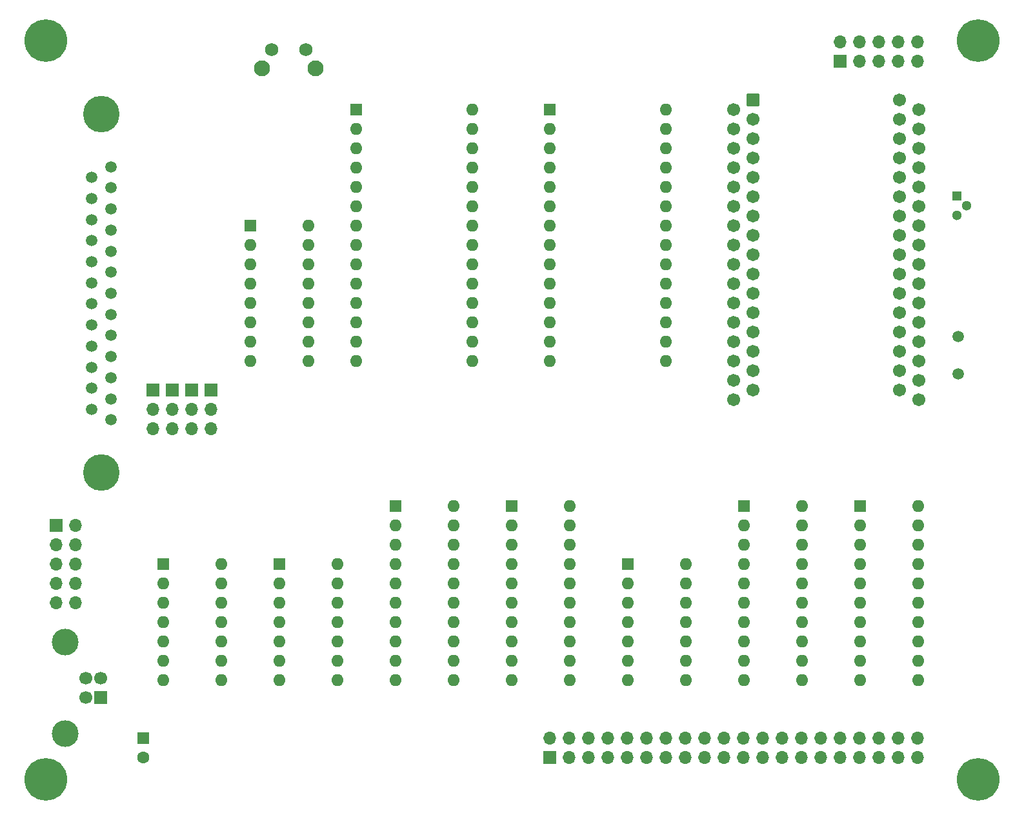
<source format=gbs>
%TF.GenerationSoftware,KiCad,Pcbnew,(6.0.0)*%
%TF.CreationDate,2022-03-15T02:00:18-04:00*%
%TF.ProjectId,R6501Q SBC,52363530-3151-4205-9342-432e6b696361,rev?*%
%TF.SameCoordinates,Original*%
%TF.FileFunction,Soldermask,Bot*%
%TF.FilePolarity,Negative*%
%FSLAX46Y46*%
G04 Gerber Fmt 4.6, Leading zero omitted, Abs format (unit mm)*
G04 Created by KiCad (PCBNEW (6.0.0)) date 2022-03-15 02:00:18*
%MOMM*%
%LPD*%
G01*
G04 APERTURE LIST*
G04 Aperture macros list*
%AMRoundRect*
0 Rectangle with rounded corners*
0 $1 Rounding radius*
0 $2 $3 $4 $5 $6 $7 $8 $9 X,Y pos of 4 corners*
0 Add a 4 corners polygon primitive as box body*
4,1,4,$2,$3,$4,$5,$6,$7,$8,$9,$2,$3,0*
0 Add four circle primitives for the rounded corners*
1,1,$1+$1,$2,$3*
1,1,$1+$1,$4,$5*
1,1,$1+$1,$6,$7*
1,1,$1+$1,$8,$9*
0 Add four rect primitives between the rounded corners*
20,1,$1+$1,$2,$3,$4,$5,0*
20,1,$1+$1,$4,$5,$6,$7,0*
20,1,$1+$1,$6,$7,$8,$9,0*
20,1,$1+$1,$8,$9,$2,$3,0*%
G04 Aperture macros list end*
%ADD10R,1.300000X1.300000*%
%ADD11C,1.300000*%
%ADD12R,1.600000X1.600000*%
%ADD13O,1.600000X1.600000*%
%ADD14R,1.700000X1.700000*%
%ADD15O,1.700000X1.700000*%
%ADD16C,1.500000*%
%ADD17C,4.800000*%
%ADD18C,5.600000*%
%ADD19C,1.700000*%
%ADD20C,3.500000*%
%ADD21C,2.100000*%
%ADD22C,1.750000*%
%ADD23RoundRect,0.050800X-0.800100X-0.800100X0.800100X-0.800100X0.800100X0.800100X-0.800100X0.800100X0*%
%ADD24C,1.701800*%
%ADD25C,1.600000*%
G04 APERTURE END LIST*
D10*
%TO.C,U5*%
X184221800Y-62103000D03*
D11*
X184221800Y-64643000D03*
X185491800Y-63373000D03*
%TD*%
D12*
%TO.C,U3*%
X130810000Y-50800000D03*
D13*
X130810000Y-53340000D03*
X130810000Y-55880000D03*
X130810000Y-58420000D03*
X130810000Y-60960000D03*
X130810000Y-63500000D03*
X130810000Y-66040000D03*
X130810000Y-68580000D03*
X130810000Y-71120000D03*
X130810000Y-73660000D03*
X130810000Y-76200000D03*
X130810000Y-78740000D03*
X130810000Y-81280000D03*
X130810000Y-83820000D03*
X146050000Y-83820000D03*
X146050000Y-81280000D03*
X146050000Y-78740000D03*
X146050000Y-76200000D03*
X146050000Y-73660000D03*
X146050000Y-71120000D03*
X146050000Y-68580000D03*
X146050000Y-66040000D03*
X146050000Y-63500000D03*
X146050000Y-60960000D03*
X146050000Y-58420000D03*
X146050000Y-55880000D03*
X146050000Y-53340000D03*
X146050000Y-50800000D03*
%TD*%
D12*
%TO.C,U10*%
X140980000Y-110485000D03*
D13*
X140980000Y-113025000D03*
X140980000Y-115565000D03*
X140980000Y-118105000D03*
X140980000Y-120645000D03*
X140980000Y-123185000D03*
X140980000Y-125725000D03*
X148600000Y-125725000D03*
X148600000Y-123185000D03*
X148600000Y-120645000D03*
X148600000Y-118105000D03*
X148600000Y-115565000D03*
X148600000Y-113025000D03*
X148600000Y-110485000D03*
%TD*%
D14*
%TO.C,J7*%
X78740000Y-87645000D03*
D15*
X78740000Y-90185000D03*
X78740000Y-92725000D03*
%TD*%
D16*
%TO.C,Y1*%
X184404000Y-80608000D03*
X184404000Y-85488000D03*
%TD*%
%TO.C,J1*%
X73215000Y-91550000D03*
X73215000Y-88780000D03*
X73215000Y-86010000D03*
X73215000Y-83240000D03*
X73215000Y-80470000D03*
X73215000Y-77700000D03*
X73215000Y-74930000D03*
X73215000Y-72160000D03*
X73215000Y-69390000D03*
X73215000Y-66620000D03*
X73215000Y-63850000D03*
X73215000Y-61080000D03*
X73215000Y-58310000D03*
X70675000Y-90165000D03*
X70675000Y-87395000D03*
X70675000Y-84625000D03*
X70675000Y-81855000D03*
X70675000Y-79085000D03*
X70675000Y-76315000D03*
X70675000Y-73545000D03*
X70675000Y-70775000D03*
X70675000Y-68005000D03*
X70675000Y-65235000D03*
X70675000Y-62465000D03*
X70675000Y-59695000D03*
D17*
X71945000Y-98450000D03*
X71945000Y-51410000D03*
%TD*%
D12*
%TO.C,U12*%
X171460000Y-102875000D03*
D13*
X171460000Y-105415000D03*
X171460000Y-107955000D03*
X171460000Y-110495000D03*
X171460000Y-113035000D03*
X171460000Y-115575000D03*
X171460000Y-118115000D03*
X171460000Y-120655000D03*
X171460000Y-123195000D03*
X171460000Y-125735000D03*
X179080000Y-125735000D03*
X179080000Y-123195000D03*
X179080000Y-120655000D03*
X179080000Y-118115000D03*
X179080000Y-115575000D03*
X179080000Y-113035000D03*
X179080000Y-110495000D03*
X179080000Y-107955000D03*
X179080000Y-105415000D03*
X179080000Y-102875000D03*
%TD*%
D12*
%TO.C,SW2*%
X91482500Y-66030000D03*
D13*
X91482500Y-68570000D03*
X91482500Y-71110000D03*
X91482500Y-73650000D03*
X91482500Y-76190000D03*
X91482500Y-78730000D03*
X91482500Y-81270000D03*
X91482500Y-83810000D03*
X99102500Y-83810000D03*
X99102500Y-81270000D03*
X99102500Y-78730000D03*
X99102500Y-76190000D03*
X99102500Y-73650000D03*
X99102500Y-71110000D03*
X99102500Y-68570000D03*
X99102500Y-66030000D03*
%TD*%
D14*
%TO.C,J6*%
X81280000Y-87645000D03*
D15*
X81280000Y-90185000D03*
X81280000Y-92725000D03*
%TD*%
D14*
%TO.C,J2*%
X168915000Y-44455000D03*
D15*
X168915000Y-41915000D03*
X171455000Y-44455000D03*
X171455000Y-41915000D03*
X173995000Y-44455000D03*
X173995000Y-41915000D03*
X176535000Y-44455000D03*
X176535000Y-41915000D03*
X179075000Y-44455000D03*
X179075000Y-41915000D03*
%TD*%
D12*
%TO.C,U6*%
X80020000Y-110485000D03*
D13*
X80020000Y-113025000D03*
X80020000Y-115565000D03*
X80020000Y-118105000D03*
X80020000Y-120645000D03*
X80020000Y-123185000D03*
X80020000Y-125725000D03*
X87640000Y-125725000D03*
X87640000Y-123185000D03*
X87640000Y-120645000D03*
X87640000Y-118105000D03*
X87640000Y-115565000D03*
X87640000Y-113025000D03*
X87640000Y-110485000D03*
%TD*%
D18*
%TO.C,W3*%
X64640000Y-138736000D03*
%TD*%
D12*
%TO.C,U11*%
X156220000Y-102875000D03*
D13*
X156220000Y-105415000D03*
X156220000Y-107955000D03*
X156220000Y-110495000D03*
X156220000Y-113035000D03*
X156220000Y-115575000D03*
X156220000Y-118115000D03*
X156220000Y-120655000D03*
X156220000Y-123195000D03*
X156220000Y-125735000D03*
X163840000Y-125735000D03*
X163840000Y-123195000D03*
X163840000Y-120655000D03*
X163840000Y-118115000D03*
X163840000Y-115575000D03*
X163840000Y-113035000D03*
X163840000Y-110495000D03*
X163840000Y-107955000D03*
X163840000Y-105415000D03*
X163840000Y-102875000D03*
%TD*%
D12*
%TO.C,U8*%
X110500000Y-102875000D03*
D13*
X110500000Y-105415000D03*
X110500000Y-107955000D03*
X110500000Y-110495000D03*
X110500000Y-113035000D03*
X110500000Y-115575000D03*
X110500000Y-118115000D03*
X110500000Y-120655000D03*
X110500000Y-123195000D03*
X110500000Y-125735000D03*
X118120000Y-125735000D03*
X118120000Y-123195000D03*
X118120000Y-120655000D03*
X118120000Y-118115000D03*
X118120000Y-115575000D03*
X118120000Y-113035000D03*
X118120000Y-110495000D03*
X118120000Y-107955000D03*
X118120000Y-105415000D03*
X118120000Y-102875000D03*
%TD*%
D14*
%TO.C,J4*%
X71882000Y-128016000D03*
D19*
X71882000Y-125516000D03*
X69882000Y-125516000D03*
X69882000Y-128016000D03*
D20*
X67172000Y-132786000D03*
X67172000Y-120746000D03*
%TD*%
D12*
%TO.C,U9*%
X125740000Y-102875000D03*
D13*
X125740000Y-105415000D03*
X125740000Y-107955000D03*
X125740000Y-110495000D03*
X125740000Y-113035000D03*
X125740000Y-115575000D03*
X125740000Y-118115000D03*
X125740000Y-120655000D03*
X125740000Y-123195000D03*
X125740000Y-125735000D03*
X133360000Y-125735000D03*
X133360000Y-123195000D03*
X133360000Y-120655000D03*
X133360000Y-118115000D03*
X133360000Y-115575000D03*
X133360000Y-113035000D03*
X133360000Y-110495000D03*
X133360000Y-107955000D03*
X133360000Y-105415000D03*
X133360000Y-102875000D03*
%TD*%
D18*
%TO.C,W4*%
X187005000Y-138736000D03*
%TD*%
D12*
%TO.C,U7*%
X95260000Y-110485000D03*
D13*
X95260000Y-113025000D03*
X95260000Y-115565000D03*
X95260000Y-118105000D03*
X95260000Y-120645000D03*
X95260000Y-123185000D03*
X95260000Y-125725000D03*
X102880000Y-125725000D03*
X102880000Y-123185000D03*
X102880000Y-120645000D03*
X102880000Y-118105000D03*
X102880000Y-115565000D03*
X102880000Y-113025000D03*
X102880000Y-110485000D03*
%TD*%
D21*
%TO.C,SW1*%
X92995000Y-45382500D03*
X100005000Y-45382500D03*
D22*
X94245000Y-42892500D03*
X98745000Y-42892500D03*
%TD*%
D14*
%TO.C,J9*%
X83820000Y-87645000D03*
D15*
X83820000Y-90185000D03*
X83820000Y-92725000D03*
%TD*%
D18*
%TO.C,W2*%
X187005000Y-41771000D03*
%TD*%
D14*
%TO.C,J5*%
X130815000Y-135895000D03*
D15*
X130815000Y-133355000D03*
X133355000Y-135895000D03*
X133355000Y-133355000D03*
X135895000Y-135895000D03*
X135895000Y-133355000D03*
X138435000Y-135895000D03*
X138435000Y-133355000D03*
X140975000Y-135895000D03*
X140975000Y-133355000D03*
X143515000Y-135895000D03*
X143515000Y-133355000D03*
X146055000Y-135895000D03*
X146055000Y-133355000D03*
X148595000Y-135895000D03*
X148595000Y-133355000D03*
X151135000Y-135895000D03*
X151135000Y-133355000D03*
X153675000Y-135895000D03*
X153675000Y-133355000D03*
X156215000Y-135895000D03*
X156215000Y-133355000D03*
X158755000Y-135895000D03*
X158755000Y-133355000D03*
X161295000Y-135895000D03*
X161295000Y-133355000D03*
X163835000Y-135895000D03*
X163835000Y-133355000D03*
X166375000Y-135895000D03*
X166375000Y-133355000D03*
X168915000Y-135895000D03*
X168915000Y-133355000D03*
X171455000Y-135895000D03*
X171455000Y-133355000D03*
X173995000Y-135895000D03*
X173995000Y-133355000D03*
X176535000Y-135895000D03*
X176535000Y-133355000D03*
X179075000Y-135895000D03*
X179075000Y-133355000D03*
%TD*%
D14*
%TO.C,J8*%
X86360000Y-87645000D03*
D15*
X86360000Y-90185000D03*
X86360000Y-92725000D03*
%TD*%
D14*
%TO.C,J3*%
X66035000Y-105415000D03*
D15*
X68575000Y-105415000D03*
X66035000Y-107955000D03*
X68575000Y-107955000D03*
X66035000Y-110495000D03*
X68575000Y-110495000D03*
X66035000Y-113035000D03*
X68575000Y-113035000D03*
X66035000Y-115575000D03*
X68575000Y-115575000D03*
%TD*%
D12*
%TO.C,U2*%
X105410000Y-50800000D03*
D13*
X105410000Y-53340000D03*
X105410000Y-55880000D03*
X105410000Y-58420000D03*
X105410000Y-60960000D03*
X105410000Y-63500000D03*
X105410000Y-66040000D03*
X105410000Y-68580000D03*
X105410000Y-71120000D03*
X105410000Y-73660000D03*
X105410000Y-76200000D03*
X105410000Y-78740000D03*
X105410000Y-81280000D03*
X105410000Y-83820000D03*
X120650000Y-83820000D03*
X120650000Y-81280000D03*
X120650000Y-78740000D03*
X120650000Y-76200000D03*
X120650000Y-73660000D03*
X120650000Y-71120000D03*
X120650000Y-68580000D03*
X120650000Y-66040000D03*
X120650000Y-63500000D03*
X120650000Y-60960000D03*
X120650000Y-58420000D03*
X120650000Y-55880000D03*
X120650000Y-53340000D03*
X120650000Y-50800000D03*
%TD*%
D23*
%TO.C,U4*%
X157480000Y-49530000D03*
D24*
X154929840Y-50800000D03*
X157480000Y-52070000D03*
X154929840Y-53340000D03*
X157480000Y-54610000D03*
X154929840Y-55880000D03*
X157480000Y-57150000D03*
X154929840Y-58420000D03*
X157480000Y-59690000D03*
X154929840Y-60960000D03*
X157480000Y-62230000D03*
X154929840Y-63500000D03*
X157480000Y-64770000D03*
X154929840Y-66040000D03*
X157480000Y-67310000D03*
X154929840Y-68580000D03*
X157480000Y-69850000D03*
X154929840Y-71120000D03*
X157480000Y-72390000D03*
X154929840Y-73660000D03*
X157480000Y-74930000D03*
X154929840Y-76200000D03*
X157480000Y-77470000D03*
X154929840Y-78740000D03*
X157480000Y-80010000D03*
X154929840Y-81280000D03*
X157480000Y-82550000D03*
X154929840Y-83820000D03*
X157480000Y-85090000D03*
X154929840Y-86360000D03*
X157480000Y-87630000D03*
X154929840Y-88900000D03*
X179230020Y-88900000D03*
X176679860Y-87630000D03*
X179230020Y-86360000D03*
X176679860Y-85090000D03*
X179230020Y-83820000D03*
X176679860Y-82550000D03*
X179230020Y-81280000D03*
X176679860Y-80010000D03*
X179230020Y-78740000D03*
X176679860Y-77470000D03*
X179230020Y-76200000D03*
X176679860Y-74930000D03*
X179230020Y-73660000D03*
X176679860Y-72390000D03*
X179230020Y-71120000D03*
X176679860Y-69850000D03*
X179230020Y-68580000D03*
X176679860Y-67310000D03*
X179230020Y-66040000D03*
X176679860Y-64770000D03*
X179230020Y-63500000D03*
X176679860Y-62230000D03*
X179230020Y-60960000D03*
X176679860Y-59690000D03*
X179230020Y-58420000D03*
X176679860Y-57150000D03*
X179230020Y-55880000D03*
X176679860Y-54610000D03*
X179230020Y-53340000D03*
X176679860Y-52070000D03*
X179230020Y-50800000D03*
X176679860Y-49530000D03*
%TD*%
D18*
%TO.C,W1*%
X64640000Y-41771000D03*
%TD*%
D12*
%TO.C,C19*%
X77470000Y-133350000D03*
D25*
X77470000Y-135850000D03*
%TD*%
M02*

</source>
